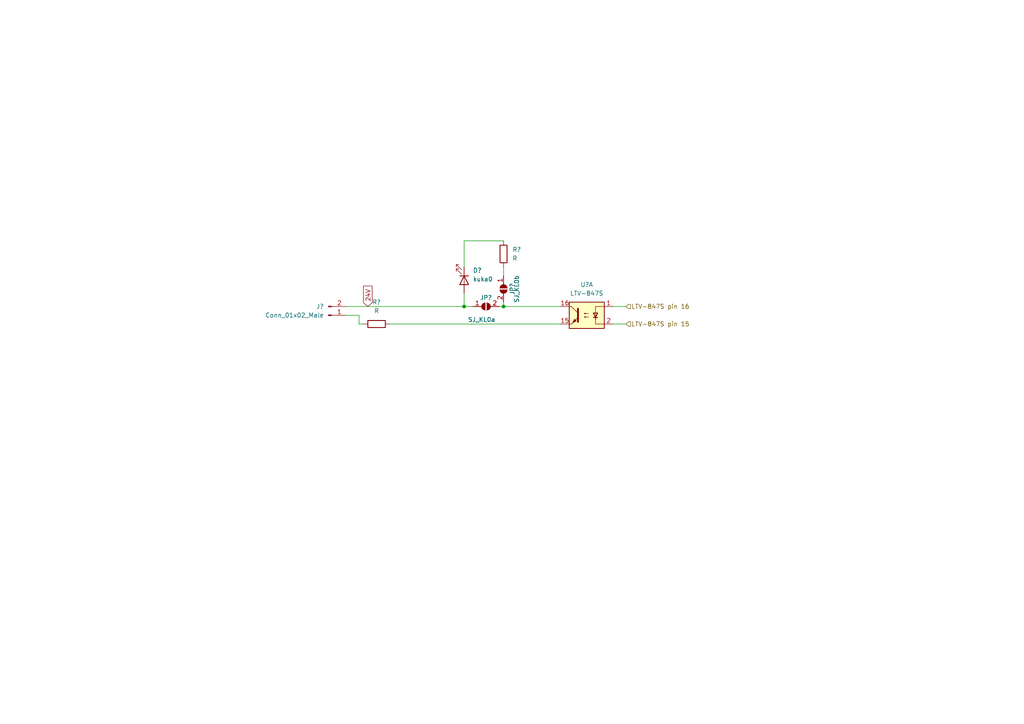
<source format=kicad_sch>
(kicad_sch (version 20211123) (generator eeschema)

  (uuid bf9e496d-253b-4165-8e1b-ff188a76317c)

  (paper "A4")

  (lib_symbols
    (symbol "Connector:Conn_01x02_Male" (pin_names (offset 1.016) hide) (in_bom yes) (on_board yes)
      (property "Reference" "J" (id 0) (at 0 2.54 0)
        (effects (font (size 1.27 1.27)))
      )
      (property "Value" "Conn_01x02_Male" (id 1) (at 0 -5.08 0)
        (effects (font (size 1.27 1.27)))
      )
      (property "Footprint" "" (id 2) (at 0 0 0)
        (effects (font (size 1.27 1.27)) hide)
      )
      (property "Datasheet" "~" (id 3) (at 0 0 0)
        (effects (font (size 1.27 1.27)) hide)
      )
      (property "ki_keywords" "connector" (id 4) (at 0 0 0)
        (effects (font (size 1.27 1.27)) hide)
      )
      (property "ki_description" "Generic connector, single row, 01x02, script generated (kicad-library-utils/schlib/autogen/connector/)" (id 5) (at 0 0 0)
        (effects (font (size 1.27 1.27)) hide)
      )
      (property "ki_fp_filters" "Connector*:*_1x??_*" (id 6) (at 0 0 0)
        (effects (font (size 1.27 1.27)) hide)
      )
      (symbol "Conn_01x02_Male_1_1"
        (polyline
          (pts
            (xy 1.27 -2.54)
            (xy 0.8636 -2.54)
          )
          (stroke (width 0.1524) (type default) (color 0 0 0 0))
          (fill (type none))
        )
        (polyline
          (pts
            (xy 1.27 0)
            (xy 0.8636 0)
          )
          (stroke (width 0.1524) (type default) (color 0 0 0 0))
          (fill (type none))
        )
        (rectangle (start 0.8636 -2.413) (end 0 -2.667)
          (stroke (width 0.1524) (type default) (color 0 0 0 0))
          (fill (type outline))
        )
        (rectangle (start 0.8636 0.127) (end 0 -0.127)
          (stroke (width 0.1524) (type default) (color 0 0 0 0))
          (fill (type outline))
        )
        (pin passive line (at 5.08 0 180) (length 3.81)
          (name "Pin_1" (effects (font (size 1.27 1.27))))
          (number "1" (effects (font (size 1.27 1.27))))
        )
        (pin passive line (at 5.08 -2.54 180) (length 3.81)
          (name "Pin_2" (effects (font (size 1.27 1.27))))
          (number "2" (effects (font (size 1.27 1.27))))
        )
      )
    )
    (symbol "Device:LED" (pin_numbers hide) (pin_names (offset 1.016) hide) (in_bom yes) (on_board yes)
      (property "Reference" "D" (id 0) (at 0 2.54 0)
        (effects (font (size 1.27 1.27)))
      )
      (property "Value" "LED" (id 1) (at 0 -2.54 0)
        (effects (font (size 1.27 1.27)))
      )
      (property "Footprint" "" (id 2) (at 0 0 0)
        (effects (font (size 1.27 1.27)) hide)
      )
      (property "Datasheet" "~" (id 3) (at 0 0 0)
        (effects (font (size 1.27 1.27)) hide)
      )
      (property "ki_keywords" "LED diode" (id 4) (at 0 0 0)
        (effects (font (size 1.27 1.27)) hide)
      )
      (property "ki_description" "Light emitting diode" (id 5) (at 0 0 0)
        (effects (font (size 1.27 1.27)) hide)
      )
      (property "ki_fp_filters" "LED* LED_SMD:* LED_THT:*" (id 6) (at 0 0 0)
        (effects (font (size 1.27 1.27)) hide)
      )
      (symbol "LED_0_1"
        (polyline
          (pts
            (xy -1.27 -1.27)
            (xy -1.27 1.27)
          )
          (stroke (width 0.254) (type default) (color 0 0 0 0))
          (fill (type none))
        )
        (polyline
          (pts
            (xy -1.27 0)
            (xy 1.27 0)
          )
          (stroke (width 0) (type default) (color 0 0 0 0))
          (fill (type none))
        )
        (polyline
          (pts
            (xy 1.27 -1.27)
            (xy 1.27 1.27)
            (xy -1.27 0)
            (xy 1.27 -1.27)
          )
          (stroke (width 0.254) (type default) (color 0 0 0 0))
          (fill (type none))
        )
        (polyline
          (pts
            (xy -3.048 -0.762)
            (xy -4.572 -2.286)
            (xy -3.81 -2.286)
            (xy -4.572 -2.286)
            (xy -4.572 -1.524)
          )
          (stroke (width 0) (type default) (color 0 0 0 0))
          (fill (type none))
        )
        (polyline
          (pts
            (xy -1.778 -0.762)
            (xy -3.302 -2.286)
            (xy -2.54 -2.286)
            (xy -3.302 -2.286)
            (xy -3.302 -1.524)
          )
          (stroke (width 0) (type default) (color 0 0 0 0))
          (fill (type none))
        )
      )
      (symbol "LED_1_1"
        (pin passive line (at -3.81 0 0) (length 2.54)
          (name "K" (effects (font (size 1.27 1.27))))
          (number "1" (effects (font (size 1.27 1.27))))
        )
        (pin passive line (at 3.81 0 180) (length 2.54)
          (name "A" (effects (font (size 1.27 1.27))))
          (number "2" (effects (font (size 1.27 1.27))))
        )
      )
    )
    (symbol "Device:R" (pin_numbers hide) (pin_names (offset 0)) (in_bom yes) (on_board yes)
      (property "Reference" "R" (id 0) (at 2.032 0 90)
        (effects (font (size 1.27 1.27)))
      )
      (property "Value" "R" (id 1) (at 0 0 90)
        (effects (font (size 1.27 1.27)))
      )
      (property "Footprint" "" (id 2) (at -1.778 0 90)
        (effects (font (size 1.27 1.27)) hide)
      )
      (property "Datasheet" "~" (id 3) (at 0 0 0)
        (effects (font (size 1.27 1.27)) hide)
      )
      (property "ki_keywords" "R res resistor" (id 4) (at 0 0 0)
        (effects (font (size 1.27 1.27)) hide)
      )
      (property "ki_description" "Resistor" (id 5) (at 0 0 0)
        (effects (font (size 1.27 1.27)) hide)
      )
      (property "ki_fp_filters" "R_*" (id 6) (at 0 0 0)
        (effects (font (size 1.27 1.27)) hide)
      )
      (symbol "R_0_1"
        (rectangle (start -1.016 -2.54) (end 1.016 2.54)
          (stroke (width 0.254) (type default) (color 0 0 0 0))
          (fill (type none))
        )
      )
      (symbol "R_1_1"
        (pin passive line (at 0 3.81 270) (length 1.27)
          (name "~" (effects (font (size 1.27 1.27))))
          (number "1" (effects (font (size 1.27 1.27))))
        )
        (pin passive line (at 0 -3.81 90) (length 1.27)
          (name "~" (effects (font (size 1.27 1.27))))
          (number "2" (effects (font (size 1.27 1.27))))
        )
      )
    )
    (symbol "Isolator:LTV-847S" (pin_names (offset 1.016)) (in_bom yes) (on_board yes)
      (property "Reference" "U" (id 0) (at -3.81 5.08 0)
        (effects (font (size 1.27 1.27)))
      )
      (property "Value" "LTV-847S" (id 1) (at 0 -5.08 0)
        (effects (font (size 1.27 1.27)))
      )
      (property "Footprint" "Package_DIP:SMDIP-16_W9.53mm" (id 2) (at 0 -7.62 0)
        (effects (font (size 1.27 1.27)) hide)
      )
      (property "Datasheet" "http://www.us.liteon.com/downloads/LTV-817-827-847.PDF" (id 3) (at -15.24 11.43 0)
        (effects (font (size 1.27 1.27)) hide)
      )
      (property "ki_keywords" "NPN DC Optocoupler" (id 4) (at 0 0 0)
        (effects (font (size 1.27 1.27)) hide)
      )
      (property "ki_description" "DC Optocoupler, Vce 35V, CTR 50%, SMDIP-16" (id 5) (at 0 0 0)
        (effects (font (size 1.27 1.27)) hide)
      )
      (property "ki_fp_filters" "SMDIP*W9.53mm*" (id 6) (at 0 0 0)
        (effects (font (size 1.27 1.27)) hide)
      )
      (symbol "LTV-847S_0_1"
        (rectangle (start -5.08 3.81) (end 5.08 -3.81)
          (stroke (width 0.254) (type default) (color 0 0 0 0))
          (fill (type background))
        )
        (polyline
          (pts
            (xy -3.175 -0.635)
            (xy -1.905 -0.635)
          )
          (stroke (width 0.254) (type default) (color 0 0 0 0))
          (fill (type none))
        )
        (polyline
          (pts
            (xy 2.54 0.635)
            (xy 4.445 2.54)
          )
          (stroke (width 0) (type default) (color 0 0 0 0))
          (fill (type none))
        )
        (polyline
          (pts
            (xy 4.445 -2.54)
            (xy 2.54 -0.635)
          )
          (stroke (width 0) (type default) (color 0 0 0 0))
          (fill (type outline))
        )
        (polyline
          (pts
            (xy 4.445 -2.54)
            (xy 5.08 -2.54)
          )
          (stroke (width 0) (type default) (color 0 0 0 0))
          (fill (type none))
        )
        (polyline
          (pts
            (xy 4.445 2.54)
            (xy 5.08 2.54)
          )
          (stroke (width 0) (type default) (color 0 0 0 0))
          (fill (type none))
        )
        (polyline
          (pts
            (xy -2.54 -0.635)
            (xy -2.54 -2.54)
            (xy -5.08 -2.54)
          )
          (stroke (width 0) (type default) (color 0 0 0 0))
          (fill (type none))
        )
        (polyline
          (pts
            (xy 2.54 1.905)
            (xy 2.54 -1.905)
            (xy 2.54 -1.905)
          )
          (stroke (width 0.508) (type default) (color 0 0 0 0))
          (fill (type none))
        )
        (polyline
          (pts
            (xy -5.08 2.54)
            (xy -2.54 2.54)
            (xy -2.54 -1.27)
            (xy -2.54 0.635)
          )
          (stroke (width 0) (type default) (color 0 0 0 0))
          (fill (type none))
        )
        (polyline
          (pts
            (xy -2.54 -0.635)
            (xy -3.175 0.635)
            (xy -1.905 0.635)
            (xy -2.54 -0.635)
          )
          (stroke (width 0.254) (type default) (color 0 0 0 0))
          (fill (type none))
        )
        (polyline
          (pts
            (xy -0.508 -0.508)
            (xy 0.762 -0.508)
            (xy 0.381 -0.635)
            (xy 0.381 -0.381)
            (xy 0.762 -0.508)
          )
          (stroke (width 0) (type default) (color 0 0 0 0))
          (fill (type none))
        )
        (polyline
          (pts
            (xy -0.508 0.508)
            (xy 0.762 0.508)
            (xy 0.381 0.381)
            (xy 0.381 0.635)
            (xy 0.762 0.508)
          )
          (stroke (width 0) (type default) (color 0 0 0 0))
          (fill (type none))
        )
        (polyline
          (pts
            (xy 3.048 -1.651)
            (xy 3.556 -1.143)
            (xy 4.064 -2.159)
            (xy 3.048 -1.651)
            (xy 3.048 -1.651)
          )
          (stroke (width 0) (type default) (color 0 0 0 0))
          (fill (type outline))
        )
      )
      (symbol "LTV-847S_1_1"
        (pin passive line (at -7.62 2.54 0) (length 2.54)
          (name "~" (effects (font (size 1.27 1.27))))
          (number "1" (effects (font (size 1.27 1.27))))
        )
        (pin passive line (at 7.62 -2.54 180) (length 2.54)
          (name "~" (effects (font (size 1.27 1.27))))
          (number "15" (effects (font (size 1.27 1.27))))
        )
        (pin passive line (at 7.62 2.54 180) (length 2.54)
          (name "~" (effects (font (size 1.27 1.27))))
          (number "16" (effects (font (size 1.27 1.27))))
        )
        (pin passive line (at -7.62 -2.54 0) (length 2.54)
          (name "~" (effects (font (size 1.27 1.27))))
          (number "2" (effects (font (size 1.27 1.27))))
        )
      )
      (symbol "LTV-847S_2_1"
        (pin passive line (at 7.62 -2.54 180) (length 2.54)
          (name "~" (effects (font (size 1.27 1.27))))
          (number "13" (effects (font (size 1.27 1.27))))
        )
        (pin passive line (at 7.62 2.54 180) (length 2.54)
          (name "~" (effects (font (size 1.27 1.27))))
          (number "14" (effects (font (size 1.27 1.27))))
        )
        (pin passive line (at -7.62 2.54 0) (length 2.54)
          (name "~" (effects (font (size 1.27 1.27))))
          (number "3" (effects (font (size 1.27 1.27))))
        )
        (pin passive line (at -7.62 -2.54 0) (length 2.54)
          (name "~" (effects (font (size 1.27 1.27))))
          (number "4" (effects (font (size 1.27 1.27))))
        )
      )
      (symbol "LTV-847S_3_1"
        (pin passive line (at 7.62 -2.54 180) (length 2.54)
          (name "~" (effects (font (size 1.27 1.27))))
          (number "11" (effects (font (size 1.27 1.27))))
        )
        (pin passive line (at 7.62 2.54 180) (length 2.54)
          (name "~" (effects (font (size 1.27 1.27))))
          (number "12" (effects (font (size 1.27 1.27))))
        )
        (pin passive line (at -7.62 2.54 0) (length 2.54)
          (name "~" (effects (font (size 1.27 1.27))))
          (number "5" (effects (font (size 1.27 1.27))))
        )
        (pin passive line (at -7.62 -2.54 0) (length 2.54)
          (name "~" (effects (font (size 1.27 1.27))))
          (number "6" (effects (font (size 1.27 1.27))))
        )
      )
      (symbol "LTV-847S_4_1"
        (pin passive line (at 7.62 2.54 180) (length 2.54)
          (name "~" (effects (font (size 1.27 1.27))))
          (number "10" (effects (font (size 1.27 1.27))))
        )
        (pin passive line (at -7.62 2.54 0) (length 2.54)
          (name "~" (effects (font (size 1.27 1.27))))
          (number "7" (effects (font (size 1.27 1.27))))
        )
        (pin passive line (at -7.62 -2.54 0) (length 2.54)
          (name "~" (effects (font (size 1.27 1.27))))
          (number "8" (effects (font (size 1.27 1.27))))
        )
        (pin passive line (at 7.62 -2.54 180) (length 2.54)
          (name "~" (effects (font (size 1.27 1.27))))
          (number "9" (effects (font (size 1.27 1.27))))
        )
      )
    )
    (symbol "Jumper:SolderJumper_2_Open" (pin_names (offset 0) hide) (in_bom yes) (on_board yes)
      (property "Reference" "JP" (id 0) (at 0 2.032 0)
        (effects (font (size 1.27 1.27)))
      )
      (property "Value" "SolderJumper_2_Open" (id 1) (at 0 -2.54 0)
        (effects (font (size 1.27 1.27)))
      )
      (property "Footprint" "" (id 2) (at 0 0 0)
        (effects (font (size 1.27 1.27)) hide)
      )
      (property "Datasheet" "~" (id 3) (at 0 0 0)
        (effects (font (size 1.27 1.27)) hide)
      )
      (property "ki_keywords" "solder jumper SPST" (id 4) (at 0 0 0)
        (effects (font (size 1.27 1.27)) hide)
      )
      (property "ki_description" "Solder Jumper, 2-pole, open" (id 5) (at 0 0 0)
        (effects (font (size 1.27 1.27)) hide)
      )
      (property "ki_fp_filters" "SolderJumper*Open*" (id 6) (at 0 0 0)
        (effects (font (size 1.27 1.27)) hide)
      )
      (symbol "SolderJumper_2_Open_0_1"
        (arc (start -0.254 1.016) (mid -1.27 0) (end -0.254 -1.016)
          (stroke (width 0) (type default) (color 0 0 0 0))
          (fill (type none))
        )
        (arc (start -0.254 1.016) (mid -1.27 0) (end -0.254 -1.016)
          (stroke (width 0) (type default) (color 0 0 0 0))
          (fill (type outline))
        )
        (polyline
          (pts
            (xy -0.254 1.016)
            (xy -0.254 -1.016)
          )
          (stroke (width 0) (type default) (color 0 0 0 0))
          (fill (type none))
        )
        (polyline
          (pts
            (xy 0.254 1.016)
            (xy 0.254 -1.016)
          )
          (stroke (width 0) (type default) (color 0 0 0 0))
          (fill (type none))
        )
        (arc (start 0.254 -1.016) (mid 1.27 0) (end 0.254 1.016)
          (stroke (width 0) (type default) (color 0 0 0 0))
          (fill (type none))
        )
        (arc (start 0.254 -1.016) (mid 1.27 0) (end 0.254 1.016)
          (stroke (width 0) (type default) (color 0 0 0 0))
          (fill (type outline))
        )
      )
      (symbol "SolderJumper_2_Open_1_1"
        (pin passive line (at -3.81 0 0) (length 2.54)
          (name "A" (effects (font (size 1.27 1.27))))
          (number "1" (effects (font (size 1.27 1.27))))
        )
        (pin passive line (at 3.81 0 180) (length 2.54)
          (name "B" (effects (font (size 1.27 1.27))))
          (number "2" (effects (font (size 1.27 1.27))))
        )
      )
    )
  )

  (junction (at 134.62 88.9) (diameter 0) (color 0 0 0 0)
    (uuid 03623a4e-7aef-4a38-90b7-a75029697b99)
  )
  (junction (at 146.05 88.9) (diameter 0) (color 0 0 0 0)
    (uuid 84cfffbf-7e8e-4a5e-81ee-79128c6d4b75)
  )

  (wire (pts (xy 144.78 88.9) (xy 146.05 88.9))
    (stroke (width 0) (type default) (color 0 0 0 0))
    (uuid 07da29e0-99d9-4bcc-ab47-d76b2d56a03b)
  )
  (wire (pts (xy 177.8 88.9) (xy 181.61 88.9))
    (stroke (width 0) (type default) (color 0 0 0 0))
    (uuid 1132bfbc-8602-4cfb-af5f-fddc69ca687c)
  )
  (wire (pts (xy 177.8 93.98) (xy 181.61 93.98))
    (stroke (width 0) (type default) (color 0 0 0 0))
    (uuid 148d721c-f188-4b87-8348-5f27ad859a77)
  )
  (wire (pts (xy 113.03 93.98) (xy 162.56 93.98))
    (stroke (width 0) (type default) (color 0 0 0 0))
    (uuid 176eee01-a04f-4494-a045-ebc027950291)
  )
  (wire (pts (xy 100.33 91.44) (xy 104.14 91.44))
    (stroke (width 0) (type default) (color 0 0 0 0))
    (uuid 17899ad7-08f0-4e99-ac65-387a2fb01fb4)
  )
  (wire (pts (xy 105.41 93.98) (xy 104.14 93.98))
    (stroke (width 0) (type default) (color 0 0 0 0))
    (uuid 23713e5a-e62d-412c-bf76-05e92cf57d37)
  )
  (wire (pts (xy 134.62 85.09) (xy 134.62 88.9))
    (stroke (width 0) (type default) (color 0 0 0 0))
    (uuid 2e714275-3b05-4b17-9d42-045d923fe3e6)
  )
  (wire (pts (xy 146.05 87.63) (xy 146.05 88.9))
    (stroke (width 0) (type default) (color 0 0 0 0))
    (uuid 38df0fa4-248b-4fd2-9b57-c7d2d599695d)
  )
  (wire (pts (xy 100.33 88.9) (xy 134.62 88.9))
    (stroke (width 0) (type default) (color 0 0 0 0))
    (uuid 4398349c-e4e3-46b7-bdfd-7ebd41f1b150)
  )
  (wire (pts (xy 134.62 88.9) (xy 137.16 88.9))
    (stroke (width 0) (type default) (color 0 0 0 0))
    (uuid 5d321c68-6fef-4b57-9223-7ffadd2791f6)
  )
  (wire (pts (xy 104.14 91.44) (xy 104.14 93.98))
    (stroke (width 0) (type default) (color 0 0 0 0))
    (uuid 6a11d9ae-fce0-424f-bfde-0b2dc56c7310)
  )
  (wire (pts (xy 146.05 88.9) (xy 162.56 88.9))
    (stroke (width 0) (type default) (color 0 0 0 0))
    (uuid 71b7120d-6ded-4122-b6df-473c8a371c7b)
  )
  (wire (pts (xy 146.05 69.85) (xy 134.62 69.85))
    (stroke (width 0) (type default) (color 0 0 0 0))
    (uuid a6b9c3d1-bd33-4650-ad0b-38aef10211de)
  )
  (wire (pts (xy 134.62 69.85) (xy 134.62 77.47))
    (stroke (width 0) (type default) (color 0 0 0 0))
    (uuid b370a2b0-8093-403b-bf6b-252d4b174892)
  )
  (wire (pts (xy 146.05 77.47) (xy 146.05 80.01))
    (stroke (width 0) (type default) (color 0 0 0 0))
    (uuid dc41ad69-2189-47ec-9c1c-ff1bceda971a)
  )

  (global_label "24V" (shape input) (at 106.68 88.9 90) (fields_autoplaced)
    (effects (font (size 1.27 1.27)) (justify left))
    (uuid 7786e247-98da-4a13-af73-a7b83f5bb9e2)
    (property "Intersheet References" "${INTERSHEET_REFS}" (id 0) (at 106.6006 82.9793 90)
      (effects (font (size 1.27 1.27)) (justify left) hide)
    )
  )

  (hierarchical_label "LTV-847S pin 15" (shape input) (at 181.61 93.98 0)
    (effects (font (size 1.27 1.27)) (justify left))
    (uuid 2789604c-13e0-4c50-8b4f-944dfe907039)
  )
  (hierarchical_label "LTV-847S pin 16" (shape input) (at 181.61 88.9 0)
    (effects (font (size 1.27 1.27)) (justify left))
    (uuid 3841b9aa-0c84-4d65-ba9a-08e91d499626)
  )

  (symbol (lib_id "Isolator:LTV-847S") (at 170.18 91.44 0) (mirror y) (unit 1)
    (in_bom yes) (on_board yes) (fields_autoplaced)
    (uuid 13e0878c-9f9c-4f9d-9e9e-4d204ad9d0a6)
    (property "Reference" "U?" (id 0) (at 170.18 82.55 0))
    (property "Value" "LTV-847S" (id 1) (at 170.18 85.09 0))
    (property "Footprint" "Package_DIP:SMDIP-16_W9.53mm" (id 2) (at 170.18 99.06 0)
      (effects (font (size 1.27 1.27)) hide)
    )
    (property "Datasheet" "http://www.us.liteon.com/downloads/LTV-817-827-847.PDF" (id 3) (at 185.42 80.01 0)
      (effects (font (size 1.27 1.27)) hide)
    )
    (pin "1" (uuid 8e59b32a-b310-4950-9504-5fbcf07ed33a))
    (pin "15" (uuid 3e2f1c82-4cc6-4183-82a0-004035bce9db))
    (pin "16" (uuid 0f9efb1c-b94a-4aef-acaa-46ad0cf5aa2f))
    (pin "2" (uuid 683167f5-e13e-46ca-a4e9-b7be461fba78))
    (pin "13" (uuid 61fa0d74-9a68-42f2-8b67-f7bdec73addb))
    (pin "14" (uuid c36fd19e-f85b-40c3-9bef-93e06d64fa02))
    (pin "3" (uuid 4034eeee-0852-4575-86ed-bdfe5370abe7))
    (pin "4" (uuid e6c2fa31-d49f-43cc-9e55-29bcc2587ecd))
    (pin "11" (uuid 0a840d10-a9d6-4711-9b33-9616e602311e))
    (pin "12" (uuid bd1700ad-55ca-43ac-ae2e-dd92550c4c8d))
    (pin "5" (uuid 7f0f3d0b-50df-497d-87d1-ae14dbc72b6a))
    (pin "6" (uuid 361a2b0f-9054-46ac-9709-613f4e68133d))
    (pin "10" (uuid 344015be-dd74-4666-908a-b389e95432dd))
    (pin "7" (uuid 805da6af-4e83-4de0-bbc3-e318f18cd22d))
    (pin "8" (uuid c85ccd72-1ac8-4111-b028-c7ee9ce6c1b3))
    (pin "9" (uuid 051f6d5c-fb0b-4d4d-980d-fa056e870526))
  )

  (symbol (lib_id "Jumper:SolderJumper_2_Open") (at 146.05 83.82 270) (unit 1)
    (in_bom yes) (on_board yes)
    (uuid 28bd0aad-eae6-4530-b5a0-e2c388b9a55f)
    (property "Reference" "JP?" (id 0) (at 148.59 83.82 0))
    (property "Value" "SJ_KL0b" (id 1) (at 149.86 83.82 0))
    (property "Footprint" "" (id 2) (at 146.05 83.82 0)
      (effects (font (size 1.27 1.27)) hide)
    )
    (property "Datasheet" "~" (id 3) (at 146.05 83.82 0)
      (effects (font (size 1.27 1.27)) hide)
    )
    (pin "1" (uuid 3e1feff5-d2ec-4e7b-a43d-afcf5fc42257))
    (pin "2" (uuid 651675e3-3ff0-47ff-b747-4a868fb93000))
  )

  (symbol (lib_id "Connector:Conn_01x02_Male") (at 95.25 91.44 0) (mirror x) (unit 1)
    (in_bom yes) (on_board yes) (fields_autoplaced)
    (uuid 2c856ef2-6810-41fb-9dde-a3f07415177a)
    (property "Reference" "J?" (id 0) (at 93.98 88.8999 0)
      (effects (font (size 1.27 1.27)) (justify right))
    )
    (property "Value" "Conn_01x02_Male" (id 1) (at 93.98 91.4399 0)
      (effects (font (size 1.27 1.27)) (justify right))
    )
    (property "Footprint" "" (id 2) (at 95.25 91.44 0)
      (effects (font (size 1.27 1.27)) hide)
    )
    (property "Datasheet" "~" (id 3) (at 95.25 91.44 0)
      (effects (font (size 1.27 1.27)) hide)
    )
    (pin "1" (uuid d7d0f9b0-a7ee-469d-8699-ce550e35e746))
    (pin "2" (uuid 2c9aa9bd-0dbf-4a55-a5c5-9ba1c3b1e4a1))
  )

  (symbol (lib_id "Jumper:SolderJumper_2_Open") (at 140.97 88.9 0) (unit 1)
    (in_bom yes) (on_board yes)
    (uuid 32ed690b-dc59-4c2e-a361-4836ea731646)
    (property "Reference" "JP?" (id 0) (at 140.97 86.36 0))
    (property "Value" "SJ_KL0a" (id 1) (at 139.7 92.71 0))
    (property "Footprint" "" (id 2) (at 140.97 88.9 0)
      (effects (font (size 1.27 1.27)) hide)
    )
    (property "Datasheet" "~" (id 3) (at 140.97 88.9 0)
      (effects (font (size 1.27 1.27)) hide)
    )
    (pin "1" (uuid cc9f02c3-dc45-4fee-8f2b-9a0b01fcc3a2))
    (pin "2" (uuid 5bd08ee9-46ea-4516-be37-b7fcba50aa73))
  )

  (symbol (lib_id "Device:R") (at 109.22 93.98 90) (unit 1)
    (in_bom yes) (on_board yes) (fields_autoplaced)
    (uuid 7cd9a526-fadf-47ae-967b-42304275f176)
    (property "Reference" "R?" (id 0) (at 109.22 87.63 90))
    (property "Value" "R" (id 1) (at 109.22 90.17 90))
    (property "Footprint" "" (id 2) (at 109.22 95.758 90)
      (effects (font (size 1.27 1.27)) hide)
    )
    (property "Datasheet" "~" (id 3) (at 109.22 93.98 0)
      (effects (font (size 1.27 1.27)) hide)
    )
    (pin "1" (uuid 0faf791e-6c38-40c1-b89f-97a49564989a))
    (pin "2" (uuid 767f5bb9-ad62-4fa2-bac1-fb34f304ed5d))
  )

  (symbol (lib_id "Device:R") (at 146.05 73.66 0) (unit 1)
    (in_bom yes) (on_board yes) (fields_autoplaced)
    (uuid a2597efb-c130-4e8f-b693-3dc2b4fa3787)
    (property "Reference" "R?" (id 0) (at 148.59 72.3899 0)
      (effects (font (size 1.27 1.27)) (justify left))
    )
    (property "Value" "R" (id 1) (at 148.59 74.9299 0)
      (effects (font (size 1.27 1.27)) (justify left))
    )
    (property "Footprint" "" (id 2) (at 144.272 73.66 90)
      (effects (font (size 1.27 1.27)) hide)
    )
    (property "Datasheet" "~" (id 3) (at 146.05 73.66 0)
      (effects (font (size 1.27 1.27)) hide)
    )
    (pin "1" (uuid c920b1f5-c79f-40c3-b079-c2b3bab19319))
    (pin "2" (uuid 0acae861-eb20-40fa-96c7-27fa8b9ae597))
  )

  (symbol (lib_id "Device:LED") (at 134.62 81.28 270) (unit 1)
    (in_bom yes) (on_board yes) (fields_autoplaced)
    (uuid d59ea540-aba7-49d7-835d-ea36e642fc68)
    (property "Reference" "D?" (id 0) (at 137.16 78.4224 90)
      (effects (font (size 1.27 1.27)) (justify left))
    )
    (property "Value" "kuka0" (id 1) (at 137.16 80.9624 90)
      (effects (font (size 1.27 1.27)) (justify left))
    )
    (property "Footprint" "" (id 2) (at 134.62 81.28 0)
      (effects (font (size 1.27 1.27)) hide)
    )
    (property "Datasheet" "~" (id 3) (at 134.62 81.28 0)
      (effects (font (size 1.27 1.27)) hide)
    )
    (pin "1" (uuid 36ab1349-1441-47a3-8a76-f892a588a624))
    (pin "2" (uuid 15a6c46c-8f94-40e9-8d05-9cb152378d80))
  )
)

</source>
